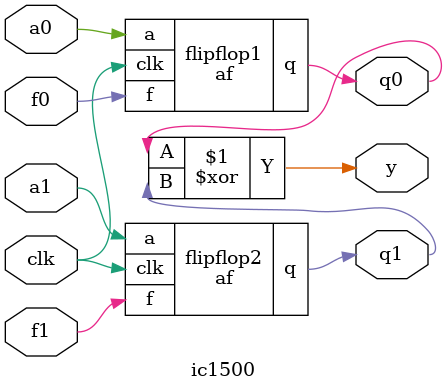
<source format=v>
`timescale 1ns / 1ps

module af(
    input a,
    input f,
    input clk,
    output reg q
    );
    
    initial begin
        q = 0;
    end
	
    // write your code here
	 
	 always@(posedge clk)
	 
	 begin
	 
	 if (a == 0 & f == 0) q <= ~q;
	 
	 else if (a == 0 & f == 1) q <= q;
	 
	 else if (a == 1 & f == 0) q <= 1;
	 
	 else if (a == 1 & f == 1) q <= 0;
	 
	 end
	 

endmodule


module ic1500(
    input a0, 
    input f0, 
    input a1, 
    input f1, 
    input clk, 
    output q0, 
    output q1, 
    output y
    );
    // write your code here
	 af flipflop1(a0, f0, clk, q0);
	 
	 af flipflop2(a1, f1, clk, q1);
	 
	 assign y = q0 ^ q1;
	 
	
endmodule
</source>
